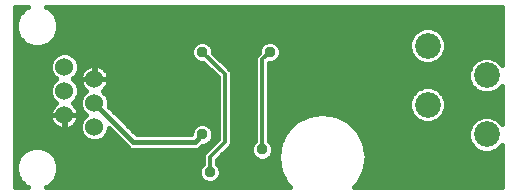
<source format=gbl>
G75*
%MOIN*%
%OFA0B0*%
%FSLAX24Y24*%
%IPPOS*%
%LPD*%
%AMOC8*
5,1,8,0,0,1.08239X$1,22.5*
%
%ADD10C,0.0600*%
%ADD11C,0.0860*%
%ADD12C,0.0160*%
%ADD13C,0.0376*%
%ADD14C,0.0120*%
D10*
X004418Y002596D03*
X003418Y002998D03*
X004418Y003399D03*
X003418Y003801D03*
X004418Y004202D03*
X003418Y004604D03*
D11*
X015528Y005311D03*
X017496Y004326D03*
X015528Y003342D03*
X017496Y002358D03*
D12*
X001762Y000600D02*
X001762Y006600D01*
X002216Y006600D01*
X002114Y006558D01*
X001917Y006360D01*
X001810Y006102D01*
X001810Y005822D01*
X001917Y005564D01*
X002114Y005367D01*
X002372Y005260D01*
X002652Y005260D01*
X002910Y005367D01*
X003108Y005564D01*
X003215Y005822D01*
X003215Y006102D01*
X003108Y006360D01*
X002910Y006558D01*
X002808Y006600D01*
X018012Y006600D01*
X018012Y004673D01*
X017842Y004844D01*
X017618Y004936D01*
X017375Y004936D01*
X017151Y004844D01*
X016979Y004672D01*
X016886Y004448D01*
X016886Y004205D01*
X016979Y003981D01*
X017151Y003809D01*
X017375Y003716D01*
X017618Y003716D01*
X017842Y003809D01*
X018012Y003979D01*
X018012Y002705D01*
X017842Y002875D01*
X017618Y002968D01*
X017375Y002968D01*
X017151Y002875D01*
X016979Y002703D01*
X016886Y002479D01*
X016886Y002237D01*
X016979Y002012D01*
X017151Y001841D01*
X017375Y001748D01*
X017618Y001748D01*
X017842Y001841D01*
X018012Y002011D01*
X018012Y000600D01*
X013079Y000600D01*
X013210Y000730D01*
X013420Y001143D01*
X013492Y001600D01*
X013420Y002057D01*
X013420Y002057D01*
X013210Y002470D01*
X012882Y002797D01*
X012470Y003008D01*
X012470Y003008D01*
X012012Y003080D01*
X011555Y003008D01*
X011555Y003008D01*
X011142Y002797D01*
X010815Y002470D01*
X010815Y002470D01*
X010605Y002057D01*
X010532Y001600D01*
X010605Y001143D01*
X010605Y001143D01*
X010815Y000730D01*
X010945Y000600D01*
X002808Y000600D01*
X002910Y000642D01*
X003108Y000840D01*
X003215Y001098D01*
X003215Y001378D01*
X003108Y001636D01*
X002910Y001833D01*
X002652Y001940D01*
X002372Y001940D01*
X002114Y001833D01*
X001917Y001636D01*
X001810Y001378D01*
X001810Y001098D01*
X001917Y000840D01*
X002114Y000642D01*
X002216Y000600D01*
X001762Y000600D01*
X001762Y000734D02*
X002023Y000734D01*
X001895Y000893D02*
X001762Y000893D01*
X001762Y001051D02*
X001829Y001051D01*
X001810Y001210D02*
X001762Y001210D01*
X001762Y001368D02*
X001810Y001368D01*
X001762Y001527D02*
X001871Y001527D01*
X001966Y001685D02*
X001762Y001685D01*
X001762Y001844D02*
X002139Y001844D01*
X001762Y002002D02*
X005447Y002002D01*
X005497Y001953D02*
X005570Y001880D01*
X005665Y001840D01*
X007814Y001840D01*
X007909Y001880D01*
X008012Y001982D01*
X008085Y001982D01*
X008221Y002038D01*
X008324Y002141D01*
X008380Y002277D01*
X008380Y002423D01*
X008324Y002559D01*
X008221Y002662D01*
X008085Y002718D01*
X007939Y002718D01*
X007804Y002662D01*
X007700Y002559D01*
X007644Y002423D01*
X007644Y002360D01*
X005825Y002360D01*
X004893Y003292D01*
X004898Y003304D01*
X004898Y003495D01*
X004825Y003671D01*
X004690Y003806D01*
X004689Y003806D01*
X004730Y003836D01*
X004784Y003890D01*
X004828Y003951D01*
X004863Y004018D01*
X004886Y004090D01*
X004898Y004165D01*
X004898Y004194D01*
X004426Y004194D01*
X004426Y004211D01*
X004409Y004211D01*
X004409Y004194D01*
X003938Y004194D01*
X003938Y004165D01*
X003950Y004090D01*
X003973Y004018D01*
X004007Y003951D01*
X004052Y003890D01*
X004105Y003836D01*
X004146Y003806D01*
X004011Y003671D01*
X003938Y003495D01*
X003938Y003304D01*
X004011Y003127D01*
X004140Y002998D01*
X004011Y002868D01*
X003938Y002692D01*
X003938Y002501D01*
X004011Y002324D01*
X004146Y002189D01*
X004322Y002116D01*
X004513Y002116D01*
X004690Y002189D01*
X004825Y002324D01*
X004898Y002501D01*
X004898Y002552D01*
X005497Y001953D01*
X005657Y001844D02*
X002885Y001844D01*
X003058Y001685D02*
X008038Y001685D01*
X008022Y001648D02*
X008022Y001381D01*
X007950Y001309D01*
X007894Y001173D01*
X007894Y001027D01*
X007950Y000891D01*
X008054Y000788D01*
X008189Y000732D01*
X008335Y000732D01*
X008471Y000788D01*
X008574Y000891D01*
X008630Y001027D01*
X008630Y001173D01*
X008574Y001309D01*
X008502Y001381D01*
X008502Y001501D01*
X008966Y001964D01*
X009002Y002052D01*
X009002Y004398D01*
X008966Y004486D01*
X008898Y004553D01*
X008380Y005071D01*
X008380Y005173D01*
X008324Y005309D01*
X008221Y005412D01*
X008085Y005468D01*
X007939Y005468D01*
X007804Y005412D01*
X007700Y005309D01*
X007644Y005173D01*
X007644Y005027D01*
X007700Y004891D01*
X007804Y004788D01*
X007939Y004732D01*
X008041Y004732D01*
X008522Y004251D01*
X008522Y002199D01*
X008126Y001803D01*
X008059Y001736D01*
X008022Y001648D01*
X008022Y001527D02*
X003153Y001527D01*
X003215Y001368D02*
X008010Y001368D01*
X007909Y001210D02*
X003215Y001210D01*
X003195Y001051D02*
X007894Y001051D01*
X007950Y000893D02*
X003129Y000893D01*
X003002Y000734D02*
X008184Y000734D01*
X008341Y000734D02*
X010813Y000734D01*
X010815Y000730D02*
X010815Y000730D01*
X010732Y000893D02*
X008575Y000893D01*
X008630Y001051D02*
X010651Y001051D01*
X010594Y001210D02*
X008615Y001210D01*
X008515Y001368D02*
X010569Y001368D01*
X010544Y001527D02*
X010193Y001527D01*
X010221Y001538D02*
X010324Y001641D01*
X010380Y001777D01*
X010380Y001923D01*
X010324Y002059D01*
X010252Y002131D01*
X010252Y004732D01*
X010335Y004732D01*
X010471Y004788D01*
X010574Y004891D01*
X010630Y005027D01*
X010630Y005173D01*
X010574Y005309D01*
X010471Y005412D01*
X010335Y005468D01*
X010189Y005468D01*
X010054Y005412D01*
X009950Y005309D01*
X009894Y005173D01*
X009894Y005071D01*
X009809Y004986D01*
X009772Y004898D01*
X009772Y002131D01*
X009700Y002059D01*
X009644Y001923D01*
X009644Y001777D01*
X009700Y001641D01*
X009804Y001538D01*
X009939Y001482D01*
X010085Y001482D01*
X010221Y001538D01*
X010342Y001685D02*
X010546Y001685D01*
X010532Y001600D02*
X010532Y001600D01*
X010571Y001844D02*
X010380Y001844D01*
X010348Y002002D02*
X010596Y002002D01*
X010605Y002057D02*
X010605Y002057D01*
X010657Y002161D02*
X010252Y002161D01*
X010252Y002319D02*
X010738Y002319D01*
X010822Y002478D02*
X010252Y002478D01*
X010252Y002636D02*
X010981Y002636D01*
X011139Y002795D02*
X010252Y002795D01*
X009772Y002795D02*
X009002Y002795D01*
X009002Y002636D02*
X009772Y002636D01*
X009772Y002478D02*
X009002Y002478D01*
X009002Y002319D02*
X009772Y002319D01*
X009772Y002161D02*
X009002Y002161D01*
X008522Y002319D02*
X008380Y002319D01*
X008358Y002478D02*
X008522Y002478D01*
X008522Y002636D02*
X008247Y002636D01*
X008522Y002795D02*
X005390Y002795D01*
X005549Y002636D02*
X007778Y002636D01*
X007667Y002478D02*
X005707Y002478D01*
X005130Y002319D02*
X004819Y002319D01*
X004888Y002478D02*
X004972Y002478D01*
X005289Y002161D02*
X004620Y002161D01*
X004215Y002161D02*
X001762Y002161D01*
X001762Y002319D02*
X004016Y002319D01*
X003947Y002478D02*
X001762Y002478D01*
X001762Y002636D02*
X003101Y002636D01*
X003105Y002632D02*
X003166Y002587D01*
X003233Y002553D01*
X003305Y002529D01*
X003380Y002518D01*
X003409Y002518D01*
X003409Y002989D01*
X002938Y002989D01*
X002938Y002960D01*
X002950Y002885D01*
X002973Y002813D01*
X003007Y002746D01*
X003052Y002685D01*
X003105Y002632D01*
X003409Y002636D02*
X003426Y002636D01*
X003455Y002518D02*
X003530Y002529D01*
X003602Y002553D01*
X003669Y002587D01*
X003730Y002632D01*
X003784Y002685D01*
X003828Y002746D01*
X003863Y002813D01*
X003886Y002885D01*
X003898Y002960D01*
X003898Y002989D01*
X003426Y002989D01*
X003426Y002518D01*
X003455Y002518D01*
X003735Y002636D02*
X003938Y002636D01*
X003980Y002795D02*
X003853Y002795D01*
X003897Y002953D02*
X004096Y002953D01*
X003898Y003006D02*
X003898Y003035D01*
X003886Y003110D01*
X003863Y003182D01*
X003828Y003249D01*
X003784Y003310D01*
X003730Y003364D01*
X003689Y003394D01*
X003690Y003394D01*
X003825Y003529D01*
X003898Y003705D01*
X003898Y003896D01*
X003825Y004073D01*
X003695Y004202D01*
X003825Y004332D01*
X003898Y004508D01*
X003898Y004699D01*
X003825Y004876D01*
X003690Y005011D01*
X003513Y005084D01*
X003322Y005084D01*
X003146Y005011D01*
X003011Y004876D01*
X002938Y004699D01*
X002938Y004508D01*
X003011Y004332D01*
X003140Y004202D01*
X003011Y004073D01*
X002938Y003896D01*
X002938Y003705D01*
X003011Y003529D01*
X003146Y003394D01*
X003146Y003394D01*
X003105Y003364D01*
X003052Y003310D01*
X003007Y003249D01*
X002973Y003182D01*
X002950Y003110D01*
X002938Y003035D01*
X002938Y003006D01*
X003409Y003006D01*
X003409Y002989D01*
X003426Y002989D01*
X003426Y003006D01*
X003898Y003006D01*
X003885Y003112D02*
X004027Y003112D01*
X003952Y003270D02*
X003813Y003270D01*
X003724Y003429D02*
X003938Y003429D01*
X003976Y003587D02*
X003849Y003587D01*
X004418Y003399D02*
X005717Y002100D01*
X007762Y002100D01*
X008012Y002350D01*
X008332Y002161D02*
X008483Y002161D01*
X008325Y002002D02*
X008134Y002002D01*
X008166Y001844D02*
X007822Y001844D01*
X008528Y001527D02*
X009831Y001527D01*
X009682Y001685D02*
X008687Y001685D01*
X008845Y001844D02*
X009644Y001844D01*
X009677Y002002D02*
X008981Y002002D01*
X011142Y002797D02*
X011142Y002797D01*
X011448Y002953D02*
X010252Y002953D01*
X010252Y003112D02*
X014963Y003112D01*
X014918Y003221D02*
X015011Y002997D01*
X015182Y002825D01*
X015407Y002732D01*
X015649Y002732D01*
X015873Y002825D01*
X016045Y002997D01*
X016138Y003221D01*
X016138Y003463D01*
X016045Y003688D01*
X015873Y003859D01*
X015649Y003952D01*
X015407Y003952D01*
X015182Y003859D01*
X015011Y003688D01*
X014918Y003463D01*
X014918Y003221D01*
X014918Y003270D02*
X010252Y003270D01*
X010252Y003429D02*
X014918Y003429D01*
X014969Y003587D02*
X010252Y003587D01*
X009772Y003587D02*
X009002Y003587D01*
X009002Y003429D02*
X009772Y003429D01*
X009772Y003270D02*
X009002Y003270D01*
X009002Y003112D02*
X009772Y003112D01*
X009772Y002953D02*
X009002Y002953D01*
X008522Y002953D02*
X005232Y002953D01*
X005073Y003112D02*
X008522Y003112D01*
X008522Y003270D02*
X004915Y003270D01*
X004898Y003429D02*
X008522Y003429D01*
X008522Y003587D02*
X004859Y003587D01*
X004750Y003746D02*
X008522Y003746D01*
X008522Y003904D02*
X004794Y003904D01*
X004877Y004063D02*
X008522Y004063D01*
X008522Y004221D02*
X004898Y004221D01*
X004898Y004211D02*
X004898Y004240D01*
X004886Y004315D01*
X004863Y004387D01*
X004828Y004454D01*
X004784Y004515D01*
X004730Y004568D01*
X004669Y004613D01*
X004602Y004647D01*
X004530Y004671D01*
X004455Y004682D01*
X004426Y004682D01*
X004426Y004211D01*
X004898Y004211D01*
X004865Y004380D02*
X008393Y004380D01*
X008235Y004538D02*
X004761Y004538D01*
X004426Y004538D02*
X004409Y004538D01*
X004380Y004682D02*
X004305Y004671D01*
X004233Y004647D01*
X004166Y004613D01*
X004105Y004568D01*
X004052Y004515D01*
X004007Y004454D01*
X003973Y004387D01*
X003950Y004315D01*
X003938Y004240D01*
X003938Y004211D01*
X004409Y004211D01*
X004409Y004682D01*
X004380Y004682D01*
X004075Y004538D02*
X003898Y004538D01*
X003898Y004697D02*
X008076Y004697D01*
X007737Y004855D02*
X003833Y004855D01*
X003683Y005014D02*
X007650Y005014D01*
X007644Y005172D02*
X001762Y005172D01*
X001762Y005014D02*
X003152Y005014D01*
X003002Y004855D02*
X001762Y004855D01*
X001762Y004697D02*
X002938Y004697D01*
X002938Y004538D02*
X001762Y004538D01*
X001762Y004380D02*
X002991Y004380D01*
X003122Y004221D02*
X001762Y004221D01*
X001762Y004063D02*
X003007Y004063D01*
X002941Y003904D02*
X001762Y003904D01*
X001762Y003746D02*
X002938Y003746D01*
X002987Y003587D02*
X001762Y003587D01*
X001762Y003429D02*
X003111Y003429D01*
X003022Y003270D02*
X001762Y003270D01*
X001762Y003112D02*
X002950Y003112D01*
X002939Y002953D02*
X001762Y002953D01*
X001762Y002795D02*
X002983Y002795D01*
X003409Y002795D02*
X003426Y002795D01*
X003409Y002953D02*
X003426Y002953D01*
X003898Y003746D02*
X004085Y003746D01*
X004146Y003806D02*
X004146Y003806D01*
X004041Y003904D02*
X003895Y003904D01*
X003958Y004063D02*
X003829Y004063D01*
X003938Y004221D02*
X003714Y004221D01*
X003844Y004380D02*
X003971Y004380D01*
X004409Y004380D02*
X004426Y004380D01*
X004409Y004221D02*
X004426Y004221D01*
X002823Y005331D02*
X007722Y005331D01*
X008302Y005331D02*
X009972Y005331D01*
X009894Y005172D02*
X008380Y005172D01*
X008438Y005014D02*
X009836Y005014D01*
X009772Y004855D02*
X008597Y004855D01*
X008755Y004697D02*
X009772Y004697D01*
X009772Y004538D02*
X008914Y004538D01*
X009002Y004380D02*
X009772Y004380D01*
X009772Y004221D02*
X009002Y004221D01*
X009002Y004063D02*
X009772Y004063D01*
X009772Y003904D02*
X009002Y003904D01*
X009002Y003746D02*
X009772Y003746D01*
X010252Y003746D02*
X015069Y003746D01*
X015290Y003904D02*
X010252Y003904D01*
X010252Y004063D02*
X016945Y004063D01*
X016886Y004221D02*
X010252Y004221D01*
X010252Y004380D02*
X016886Y004380D01*
X016924Y004538D02*
X010252Y004538D01*
X010252Y004697D02*
X017004Y004697D01*
X017179Y004855D02*
X015935Y004855D01*
X015873Y004793D02*
X016045Y004965D01*
X016138Y005189D01*
X016138Y005432D01*
X016045Y005656D01*
X015873Y005828D01*
X015649Y005921D01*
X015407Y005921D01*
X015182Y005828D01*
X015011Y005656D01*
X014918Y005432D01*
X014918Y005189D01*
X015011Y004965D01*
X015182Y004793D01*
X015407Y004701D01*
X015649Y004701D01*
X015873Y004793D01*
X016065Y005014D02*
X018012Y005014D01*
X018012Y005172D02*
X016131Y005172D01*
X016138Y005331D02*
X018012Y005331D01*
X018012Y005489D02*
X016114Y005489D01*
X016049Y005648D02*
X018012Y005648D01*
X018012Y005806D02*
X015895Y005806D01*
X015161Y005806D02*
X003208Y005806D01*
X003215Y005965D02*
X018012Y005965D01*
X018012Y006123D02*
X003206Y006123D01*
X003140Y006282D02*
X018012Y006282D01*
X018012Y006440D02*
X003028Y006440D01*
X002812Y006599D02*
X018012Y006599D01*
X015007Y005648D02*
X003142Y005648D01*
X003032Y005489D02*
X014942Y005489D01*
X014918Y005331D02*
X010552Y005331D01*
X010630Y005172D02*
X014925Y005172D01*
X014991Y005014D02*
X010625Y005014D01*
X010538Y004855D02*
X015121Y004855D01*
X015765Y003904D02*
X017056Y003904D01*
X017305Y003746D02*
X015987Y003746D01*
X016087Y003587D02*
X018012Y003587D01*
X018012Y003429D02*
X016138Y003429D01*
X016138Y003270D02*
X018012Y003270D01*
X018012Y003112D02*
X016093Y003112D01*
X016002Y002953D02*
X017339Y002953D01*
X017654Y002953D02*
X018012Y002953D01*
X018012Y002795D02*
X017922Y002795D01*
X017070Y002795D02*
X015800Y002795D01*
X015256Y002795D02*
X012885Y002795D01*
X012882Y002797D02*
X012882Y002797D01*
X013043Y002636D02*
X016951Y002636D01*
X016886Y002478D02*
X013202Y002478D01*
X013210Y002470D02*
X013210Y002470D01*
X013286Y002319D02*
X016886Y002319D01*
X016918Y002161D02*
X013367Y002161D01*
X013429Y002002D02*
X016990Y002002D01*
X017148Y001844D02*
X013454Y001844D01*
X013479Y001685D02*
X018012Y001685D01*
X018012Y001527D02*
X013481Y001527D01*
X013455Y001368D02*
X018012Y001368D01*
X018012Y001210D02*
X013430Y001210D01*
X013420Y001143D02*
X013420Y001143D01*
X013373Y001051D02*
X018012Y001051D01*
X018012Y000893D02*
X013292Y000893D01*
X013212Y000734D02*
X018012Y000734D01*
X018012Y001844D02*
X017845Y001844D01*
X018003Y002002D02*
X018012Y002002D01*
X015054Y002953D02*
X012577Y002953D01*
X012012Y003080D02*
X012012Y003080D01*
X017688Y003746D02*
X018012Y003746D01*
X018012Y003904D02*
X017937Y003904D01*
X017989Y004697D02*
X018012Y004697D01*
X018012Y004855D02*
X017814Y004855D01*
X013210Y000730D02*
X013210Y000730D01*
X002202Y005331D02*
X001762Y005331D01*
X001762Y005489D02*
X001992Y005489D01*
X001882Y005648D02*
X001762Y005648D01*
X001762Y005806D02*
X001817Y005806D01*
X001810Y005965D02*
X001762Y005965D01*
X001762Y006123D02*
X001818Y006123D01*
X001762Y006282D02*
X001884Y006282D01*
X001997Y006440D02*
X001762Y006440D01*
X001762Y006599D02*
X002213Y006599D01*
D13*
X008012Y005100D03*
X010262Y005100D03*
X008012Y002350D03*
X010012Y001850D03*
X008262Y001100D03*
D14*
X008262Y001600D01*
X008762Y002100D01*
X008762Y004350D01*
X008012Y005100D01*
X010012Y004850D02*
X010262Y005100D01*
X010012Y004850D02*
X010012Y001850D01*
M02*

</source>
